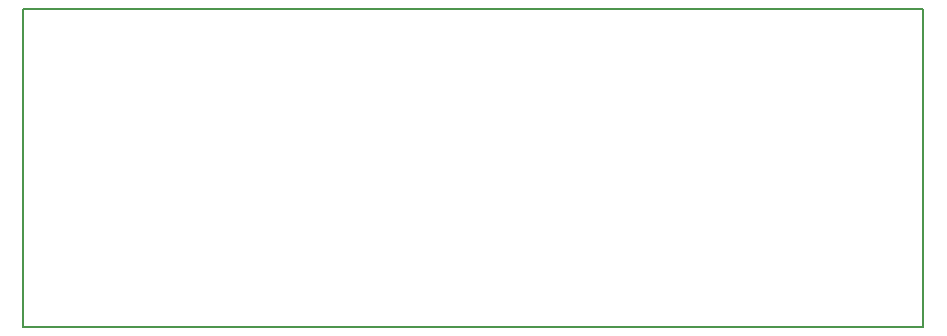
<source format=gbr>
G04 #@! TF.FileFunction,Profile,NP*
%FSLAX46Y46*%
G04 Gerber Fmt 4.6, Leading zero omitted, Abs format (unit mm)*
G04 Created by KiCad (PCBNEW 4.0.7) date 02/04/19 17:51:41*
%MOMM*%
%LPD*%
G01*
G04 APERTURE LIST*
%ADD10C,0.100000*%
%ADD11C,0.150000*%
G04 APERTURE END LIST*
D10*
D11*
X114554000Y-102362000D02*
X114554000Y-75438000D01*
X190754000Y-102362000D02*
X114554000Y-102362000D01*
X190754000Y-75438000D02*
X190754000Y-102362000D01*
X114554000Y-75438000D02*
X190754000Y-75438000D01*
M02*

</source>
